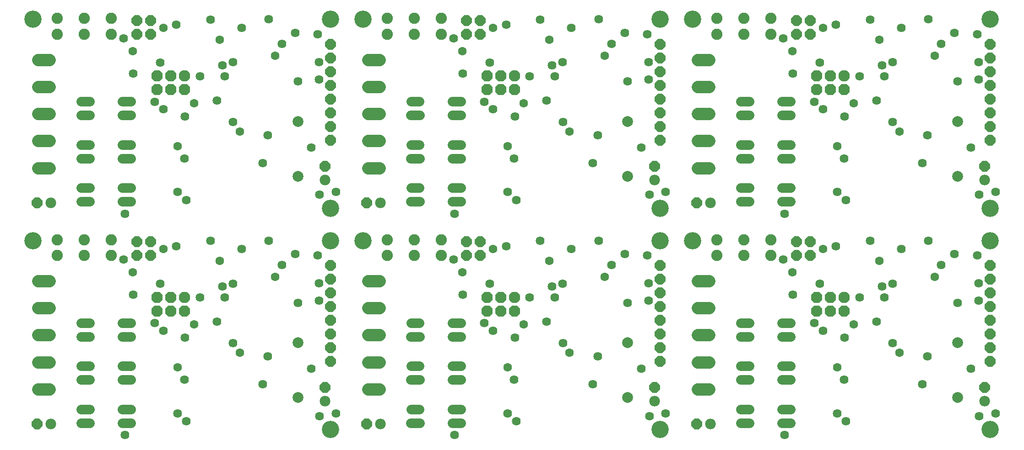
<source format=gbr>
*
%LPD*%
%LNBottom_SolderMask*%
%FSLAX25Y25*%
%MOIN*%
%AD*%
%AD*%
%ADD55C,0.0828*%
%AMD56_Octagon*
4,1,8,-0.0414,0.017148,-0.017148,0.0414,0.017148,0.0414,0.0414,0.017148,0.0414,-0.017148,0.017148,-0.0414,-0.017148,-0.0414,-0.0414,-0.017148,-0.0414,0.017148,0*
%
%ADD56D56_Octagon*%
%ADD57C,0.082*%
%AMD58_Octagon*
4,1,8,-0.03975,0.016482,-0.016482,0.03975,0.016482,0.03975,0.03975,0.016482,0.03975,-0.016482,0.016482,-0.03975,-0.016482,-0.03975,-0.03975,-0.016482,-0.03975,0.016482,0*
%
%ADD58D58_Octagon*%
%ADD61C,0.070990157*%
%ADD62C,0.0715*%
%ADD66C,0.0915*%
%ADD68C,0.078870079*%
%AMD69_Octagon*
4,1,8,-0.039,0.016165,-0.016165,0.039,0.016165,0.039,0.039,0.016165,0.039,-0.016165,0.016165,-0.039,-0.016165,-0.039,-0.039,-0.016165,-0.039,0.016165,0*
%
%ADD69D69_Octagon*%
%ADD70C,0.078*%
%ADD73C,0.064*%
%ADD74C,0.063120079*%
%ADD75C,0.126109843*%
G54D55*
%SRX1Y1I0.0J0.0*%
G1X146363Y112115D3*
G54D56*
G1X136363Y112115D3*
G1X126363Y112115D3*
G1X126363Y102115D3*
G1X136363Y102115D3*
G1X146363Y102115D3*
G54D57*
G1X93056Y142675D3*
G1X93056Y154075D3*
G1X73371Y154075D3*
G1X73371Y142675D3*
G1X53686Y142675D3*
G1X53686Y154075D3*
G54D58*
G1X111520Y152469D3*
G1X121520Y152469D3*
G1X121520Y142469D3*
G1X111520Y142469D3*
G1X252504Y135225D3*
G1X252504Y125225D3*
G1X252504Y115225D3*
G1X252504Y105225D3*
G1X252504Y95225D3*
G1X252504Y85225D3*
G1X252504Y75225D3*
G1X252504Y65225D3*
G1X107308Y61918D2*
G54D61*
G1X101008Y61918D1*
G1X101008Y51918D2*
G1X107308Y51918D1*
G1X107308Y30422D2*
G1X101008Y30422D1*
G1X101008Y20422D2*
G1X107308Y20422D1*
G1X77229Y30422D2*
G1X70930Y30422D1*
G1X70930Y61918D2*
G1X77229Y61918D1*
G1X101008Y83414D2*
G1X107308Y83414D1*
G1X107308Y93414D2*
G1X101008Y93414D1*
G1X77229Y93414D2*
G1X70930Y93414D1*
G1X70904Y83414D2*
G54D62*
G1X77254Y83414D1*
G1X77254Y51918D2*
G1X70904Y51918D1*
G1X70904Y20422D2*
G1X77254Y20422D1*
G1X48018Y44977D2*
G54D66*
G1X39668Y44977D1*
G1X39668Y64777D2*
G1X48018Y64777D1*
G1X48018Y84477D2*
G1X39668Y84477D1*
G1X39668Y104177D2*
G1X48018Y104177D1*
G1X48018Y123877D2*
G1X39668Y123877D1*
G54D68*
G1X228882Y78887D3*
G1X228882Y38887D3*
G54D69*
G1X38843Y19517D3*
G1X248567Y46170D3*
G54D70*
G1X248567Y36170D3*
G1X48843Y19517D3*
G54D73*
G1X102898Y11643D3*
G1X141284Y27391D3*
G1X147682Y21485D3*
G1X146205Y51997D3*
G1X181638Y78572D3*
G1X169827Y94320D3*
G1X175733Y112036D3*
G1X173764Y119910D3*
G1X181441Y122076D3*
G1X157524Y112036D3*
G1X128489Y121879D3*
G1X108804Y114005D3*
G1X124552Y93335D3*
G1X130804Y87776D3*
G1X146697Y82509D3*
G1X203292Y48552D3*
G1X207032Y68926D3*
G1X238725Y59871D3*
G1X256441Y27391D3*
G1X244630Y25422D3*
G1X228882Y108099D3*
G1X244138Y109576D3*
G1X244138Y122371D3*
G1X243154Y142548D3*
G1X226746Y143700D3*
G1X217071Y135658D3*
G1X207721Y153375D3*
G1X187827Y147186D3*
G1X165237Y153170D3*
G1X140300Y149438D3*
G1X101914Y139595D3*
G54D74*
G1X108575Y130209D3*
G1X130756Y147225D3*
G1X171796Y138611D3*
G1X212150Y126800D3*
G1X153095Y92351D3*
G1X186560Y71682D3*
G1X141284Y60855D3*
G54D75*
G1X252504Y15580D3*
G1X252504Y153375D3*
G1X35969Y153375D3*
G54D55*
G1X386520Y112115D3*
G54D56*
G1X376520Y112115D3*
G1X366520Y112115D3*
G1X366520Y102115D3*
G1X376520Y102115D3*
G1X386520Y102115D3*
G54D57*
G1X333213Y142675D3*
G1X333213Y154075D3*
G1X313528Y154075D3*
G1X313528Y142675D3*
G1X293843Y142675D3*
G1X293843Y154075D3*
G54D58*
G1X351677Y152469D3*
G1X361677Y152469D3*
G1X361677Y142469D3*
G1X351677Y142469D3*
G1X492661Y135225D3*
G1X492661Y125225D3*
G1X492661Y115225D3*
G1X492661Y105225D3*
G1X492661Y95225D3*
G1X492661Y85225D3*
G1X492661Y75225D3*
G1X492661Y65225D3*
G1X347465Y61918D2*
G54D61*
G1X341165Y61918D1*
G1X341165Y51918D2*
G1X347465Y51918D1*
G1X347465Y30422D2*
G1X341165Y30422D1*
G1X341165Y20422D2*
G1X347465Y20422D1*
G1X317386Y30422D2*
G1X311087Y30422D1*
G1X311087Y61918D2*
G1X317386Y61918D1*
G1X341165Y83414D2*
G1X347465Y83414D1*
G1X347465Y93414D2*
G1X341165Y93414D1*
G1X317386Y93414D2*
G1X311087Y93414D1*
G1X311061Y83414D2*
G54D62*
G1X317411Y83414D1*
G1X317411Y51918D2*
G1X311061Y51918D1*
G1X311061Y20422D2*
G1X317411Y20422D1*
G1X288175Y44977D2*
G54D66*
G1X279825Y44977D1*
G1X279825Y64777D2*
G1X288175Y64777D1*
G1X288175Y84477D2*
G1X279825Y84477D1*
G1X279825Y104177D2*
G1X288175Y104177D1*
G1X288175Y123877D2*
G1X279825Y123877D1*
G54D68*
G1X469039Y78887D3*
G1X469039Y38887D3*
G54D69*
G1X279000Y19517D3*
G1X488724Y46170D3*
G54D70*
G1X488724Y36170D3*
G1X289000Y19517D3*
G54D73*
G1X343055Y11643D3*
G1X381441Y27391D3*
G1X387839Y21485D3*
G1X386362Y51997D3*
G1X421795Y78572D3*
G1X409984Y94320D3*
G1X415890Y112036D3*
G1X413921Y119910D3*
G1X421598Y122076D3*
G1X397681Y112036D3*
G1X368646Y121879D3*
G1X348961Y114005D3*
G1X364709Y93335D3*
G1X370961Y87776D3*
G1X386854Y82509D3*
G1X443449Y48552D3*
G1X447189Y68926D3*
G1X478882Y59871D3*
G1X496598Y27391D3*
G1X484787Y25422D3*
G1X469039Y108099D3*
G1X484295Y109576D3*
G1X484295Y122371D3*
G1X483311Y142548D3*
G1X466903Y143700D3*
G1X457228Y135658D3*
G1X447878Y153375D3*
G1X427984Y147186D3*
G1X405394Y153170D3*
G1X380457Y149438D3*
G1X342071Y139595D3*
G54D74*
G1X348732Y130209D3*
G1X370913Y147225D3*
G1X411953Y138611D3*
G1X452307Y126800D3*
G1X393252Y92351D3*
G1X426717Y71682D3*
G1X381441Y60855D3*
G54D75*
G1X492661Y15580D3*
G1X492661Y153375D3*
G1X276126Y153375D3*
G54D55*
G1X626678Y112115D3*
G54D56*
G1X616678Y112115D3*
G1X606678Y112115D3*
G1X606678Y102115D3*
G1X616678Y102115D3*
G1X626678Y102115D3*
G54D57*
G1X573371Y142675D3*
G1X573371Y154075D3*
G1X553686Y154075D3*
G1X553686Y142675D3*
G1X534001Y142675D3*
G1X534001Y154075D3*
G54D58*
G1X591835Y152469D3*
G1X601835Y152469D3*
G1X601835Y142469D3*
G1X591835Y142469D3*
G1X732819Y135225D3*
G1X732819Y125225D3*
G1X732819Y115225D3*
G1X732819Y105225D3*
G1X732819Y95225D3*
G1X732819Y85225D3*
G1X732819Y75225D3*
G1X732819Y65225D3*
G1X587623Y61918D2*
G54D61*
G1X581323Y61918D1*
G1X581323Y51918D2*
G1X587623Y51918D1*
G1X587623Y30422D2*
G1X581323Y30422D1*
G1X581323Y20422D2*
G1X587623Y20422D1*
G1X557544Y30422D2*
G1X551245Y30422D1*
G1X551245Y61918D2*
G1X557544Y61918D1*
G1X581323Y83414D2*
G1X587623Y83414D1*
G1X587623Y93414D2*
G1X581323Y93414D1*
G1X557544Y93414D2*
G1X551245Y93414D1*
G1X551219Y83414D2*
G54D62*
G1X557569Y83414D1*
G1X557569Y51918D2*
G1X551219Y51918D1*
G1X551219Y20422D2*
G1X557569Y20422D1*
G1X528333Y44977D2*
G54D66*
G1X519983Y44977D1*
G1X519983Y64777D2*
G1X528333Y64777D1*
G1X528333Y84477D2*
G1X519983Y84477D1*
G1X519983Y104177D2*
G1X528333Y104177D1*
G1X528333Y123877D2*
G1X519983Y123877D1*
G54D68*
G1X709197Y78887D3*
G1X709197Y38887D3*
G54D69*
G1X519158Y19517D3*
G1X728882Y46170D3*
G54D70*
G1X728882Y36170D3*
G1X529158Y19517D3*
G54D73*
G1X583213Y11643D3*
G1X621599Y27391D3*
G1X627997Y21485D3*
G1X626520Y51997D3*
G1X661953Y78572D3*
G1X650142Y94320D3*
G1X656048Y112036D3*
G1X654079Y119910D3*
G1X661756Y122076D3*
G1X637839Y112036D3*
G1X608804Y121879D3*
G1X589119Y114005D3*
G1X604867Y93335D3*
G1X611119Y87776D3*
G1X627012Y82509D3*
G1X683607Y48552D3*
G1X687347Y68926D3*
G1X719040Y59871D3*
G1X736756Y27391D3*
G1X724945Y25422D3*
G1X709197Y108099D3*
G1X724453Y109576D3*
G1X724453Y122371D3*
G1X723469Y142548D3*
G1X707061Y143700D3*
G1X697386Y135658D3*
G1X688036Y153375D3*
G1X668142Y147186D3*
G1X645552Y153170D3*
G1X620615Y149438D3*
G1X582229Y139595D3*
G54D74*
G1X588890Y130209D3*
G1X611071Y147225D3*
G1X652111Y138611D3*
G1X692465Y126800D3*
G1X633410Y92351D3*
G1X666875Y71682D3*
G1X621599Y60855D3*
G54D75*
G1X732819Y15580D3*
G1X732819Y153375D3*
G1X516284Y153375D3*
G54D55*
G1X146363Y273532D3*
G54D56*
G1X136363Y273532D3*
G1X126363Y273532D3*
G1X126363Y263532D3*
G1X136363Y263532D3*
G1X146363Y263532D3*
G54D57*
G1X93056Y304092D3*
G1X93056Y315492D3*
G1X73371Y315492D3*
G1X73371Y304092D3*
G1X53686Y304092D3*
G1X53686Y315492D3*
G54D58*
G1X111520Y313886D3*
G1X121520Y313886D3*
G1X121520Y303886D3*
G1X111520Y303886D3*
G1X252504Y296642D3*
G1X252504Y286642D3*
G1X252504Y276642D3*
G1X252504Y266642D3*
G1X252504Y256642D3*
G1X252504Y246642D3*
G1X252504Y236642D3*
G1X252504Y226642D3*
G1X107308Y223335D2*
G54D61*
G1X101008Y223335D1*
G1X101008Y213335D2*
G1X107308Y213335D1*
G1X107308Y191839D2*
G1X101008Y191839D1*
G1X101008Y181839D2*
G1X107308Y181839D1*
G1X77229Y191839D2*
G1X70930Y191839D1*
G1X70930Y223335D2*
G1X77229Y223335D1*
G1X101008Y244831D2*
G1X107308Y244831D1*
G1X107308Y254831D2*
G1X101008Y254831D1*
G1X77229Y254831D2*
G1X70930Y254831D1*
G1X70904Y244831D2*
G54D62*
G1X77254Y244831D1*
G1X77254Y213335D2*
G1X70904Y213335D1*
G1X70904Y181839D2*
G1X77254Y181839D1*
G1X48018Y206394D2*
G54D66*
G1X39668Y206394D1*
G1X39668Y226194D2*
G1X48018Y226194D1*
G1X48018Y245894D2*
G1X39668Y245894D1*
G1X39668Y265594D2*
G1X48018Y265594D1*
G1X48018Y285294D2*
G1X39668Y285294D1*
G54D68*
G1X228882Y240304D3*
G1X228882Y200304D3*
G54D69*
G1X38843Y180934D3*
G1X248567Y207587D3*
G54D70*
G1X248567Y197587D3*
G1X48843Y180934D3*
G54D73*
G1X102898Y173060D3*
G1X141284Y188808D3*
G1X147682Y182902D3*
G1X146205Y213414D3*
G1X181638Y239989D3*
G1X169827Y255737D3*
G1X175733Y273453D3*
G1X173764Y281327D3*
G1X181441Y283493D3*
G1X157524Y273453D3*
G1X128489Y283296D3*
G1X108804Y275422D3*
G1X124552Y254752D3*
G1X130804Y249193D3*
G1X146697Y243926D3*
G1X203292Y209969D3*
G1X207032Y230343D3*
G1X238725Y221288D3*
G1X256441Y188808D3*
G1X244630Y186839D3*
G1X228882Y269516D3*
G1X244138Y270993D3*
G1X244138Y283788D3*
G1X243154Y303965D3*
G1X226746Y305117D3*
G1X217071Y297075D3*
G1X207721Y314792D3*
G1X187827Y308603D3*
G1X165237Y314587D3*
G1X140300Y310855D3*
G1X101914Y301012D3*
G54D74*
G1X108575Y291626D3*
G1X130756Y308642D3*
G1X171796Y300028D3*
G1X212150Y288217D3*
G1X153095Y253768D3*
G1X186560Y233099D3*
G1X141284Y222272D3*
G54D75*
G1X252504Y176997D3*
G1X252504Y314792D3*
G1X35969Y314792D3*
G54D55*
G1X386520Y273532D3*
G54D56*
G1X376520Y273532D3*
G1X366520Y273532D3*
G1X366520Y263532D3*
G1X376520Y263532D3*
G1X386520Y263532D3*
G54D57*
G1X333213Y304092D3*
G1X333213Y315492D3*
G1X313528Y315492D3*
G1X313528Y304092D3*
G1X293843Y304092D3*
G1X293843Y315492D3*
G54D58*
G1X351677Y313886D3*
G1X361677Y313886D3*
G1X361677Y303886D3*
G1X351677Y303886D3*
G1X492661Y296642D3*
G1X492661Y286642D3*
G1X492661Y276642D3*
G1X492661Y266642D3*
G1X492661Y256642D3*
G1X492661Y246642D3*
G1X492661Y236642D3*
G1X492661Y226642D3*
G1X347465Y223335D2*
G54D61*
G1X341165Y223335D1*
G1X341165Y213335D2*
G1X347465Y213335D1*
G1X347465Y191839D2*
G1X341165Y191839D1*
G1X341165Y181839D2*
G1X347465Y181839D1*
G1X317386Y191839D2*
G1X311087Y191839D1*
G1X311087Y223335D2*
G1X317386Y223335D1*
G1X341165Y244831D2*
G1X347465Y244831D1*
G1X347465Y254831D2*
G1X341165Y254831D1*
G1X317386Y254831D2*
G1X311087Y254831D1*
G1X311061Y244831D2*
G54D62*
G1X317411Y244831D1*
G1X317411Y213335D2*
G1X311061Y213335D1*
G1X311061Y181839D2*
G1X317411Y181839D1*
G1X288175Y206394D2*
G54D66*
G1X279825Y206394D1*
G1X279825Y226194D2*
G1X288175Y226194D1*
G1X288175Y245894D2*
G1X279825Y245894D1*
G1X279825Y265594D2*
G1X288175Y265594D1*
G1X288175Y285294D2*
G1X279825Y285294D1*
G54D68*
G1X469039Y240304D3*
G1X469039Y200304D3*
G54D69*
G1X279000Y180934D3*
G1X488724Y207587D3*
G54D70*
G1X488724Y197587D3*
G1X289000Y180934D3*
G54D73*
G1X343055Y173060D3*
G1X381441Y188808D3*
G1X387839Y182902D3*
G1X386362Y213414D3*
G1X421795Y239989D3*
G1X409984Y255737D3*
G1X415890Y273453D3*
G1X413921Y281327D3*
G1X421598Y283493D3*
G1X397681Y273453D3*
G1X368646Y283296D3*
G1X348961Y275422D3*
G1X364709Y254752D3*
G1X370961Y249193D3*
G1X386854Y243926D3*
G1X443449Y209969D3*
G1X447189Y230343D3*
G1X478882Y221288D3*
G1X496598Y188808D3*
G1X484787Y186839D3*
G1X469039Y269516D3*
G1X484295Y270993D3*
G1X484295Y283788D3*
G1X483311Y303965D3*
G1X466903Y305117D3*
G1X457228Y297075D3*
G1X447878Y314792D3*
G1X427984Y308603D3*
G1X405394Y314587D3*
G1X380457Y310855D3*
G1X342071Y301012D3*
G54D74*
G1X348732Y291626D3*
G1X370913Y308642D3*
G1X411953Y300028D3*
G1X452307Y288217D3*
G1X393252Y253768D3*
G1X426717Y233099D3*
G1X381441Y222272D3*
G54D75*
G1X492661Y176997D3*
G1X492661Y314792D3*
G1X276126Y314792D3*
G54D55*
G1X626678Y273532D3*
G54D56*
G1X616678Y273532D3*
G1X606678Y273532D3*
G1X606678Y263532D3*
G1X616678Y263532D3*
G1X626678Y263532D3*
G54D57*
G1X573371Y304092D3*
G1X573371Y315492D3*
G1X553686Y315492D3*
G1X553686Y304092D3*
G1X534001Y304092D3*
G1X534001Y315492D3*
G54D58*
G1X591835Y313886D3*
G1X601835Y313886D3*
G1X601835Y303886D3*
G1X591835Y303886D3*
G1X732819Y296642D3*
G1X732819Y286642D3*
G1X732819Y276642D3*
G1X732819Y266642D3*
G1X732819Y256642D3*
G1X732819Y246642D3*
G1X732819Y236642D3*
G1X732819Y226642D3*
G1X587623Y223335D2*
G54D61*
G1X581323Y223335D1*
G1X581323Y213335D2*
G1X587623Y213335D1*
G1X587623Y191839D2*
G1X581323Y191839D1*
G1X581323Y181839D2*
G1X587623Y181839D1*
G1X557544Y191839D2*
G1X551245Y191839D1*
G1X551245Y223335D2*
G1X557544Y223335D1*
G1X581323Y244831D2*
G1X587623Y244831D1*
G1X587623Y254831D2*
G1X581323Y254831D1*
G1X557544Y254831D2*
G1X551245Y254831D1*
G1X551219Y244831D2*
G54D62*
G1X557569Y244831D1*
G1X557569Y213335D2*
G1X551219Y213335D1*
G1X551219Y181839D2*
G1X557569Y181839D1*
G1X528333Y206394D2*
G54D66*
G1X519983Y206394D1*
G1X519983Y226194D2*
G1X528333Y226194D1*
G1X528333Y245894D2*
G1X519983Y245894D1*
G1X519983Y265594D2*
G1X528333Y265594D1*
G1X528333Y285294D2*
G1X519983Y285294D1*
G54D68*
G1X709197Y240304D3*
G1X709197Y200304D3*
G54D69*
G1X519158Y180934D3*
G1X728882Y207587D3*
G54D70*
G1X728882Y197587D3*
G1X529158Y180934D3*
G54D73*
G1X583213Y173060D3*
G1X621599Y188808D3*
G1X627997Y182902D3*
G1X626520Y213414D3*
G1X661953Y239989D3*
G1X650142Y255737D3*
G1X656048Y273453D3*
G1X654079Y281327D3*
G1X661756Y283493D3*
G1X637839Y273453D3*
G1X608804Y283296D3*
G1X589119Y275422D3*
G1X604867Y254752D3*
G1X611119Y249193D3*
G1X627012Y243926D3*
G1X683607Y209969D3*
G1X687347Y230343D3*
G1X719040Y221288D3*
G1X736756Y188808D3*
G1X724945Y186839D3*
G1X709197Y269516D3*
G1X724453Y270993D3*
G1X724453Y283788D3*
G1X723469Y303965D3*
G1X707061Y305117D3*
G1X697386Y297075D3*
G1X688036Y314792D3*
G1X668142Y308603D3*
G1X645552Y314587D3*
G1X620615Y310855D3*
G1X582229Y301012D3*
G54D74*
G1X588890Y291626D3*
G1X611071Y308642D3*
G1X652111Y300028D3*
G1X692465Y288217D3*
G1X633410Y253768D3*
G1X666875Y233099D3*
G1X621599Y222272D3*
G54D75*
G1X732819Y176997D3*
G1X732819Y314792D3*
G1X516284Y314792D3*
M2*

</source>
